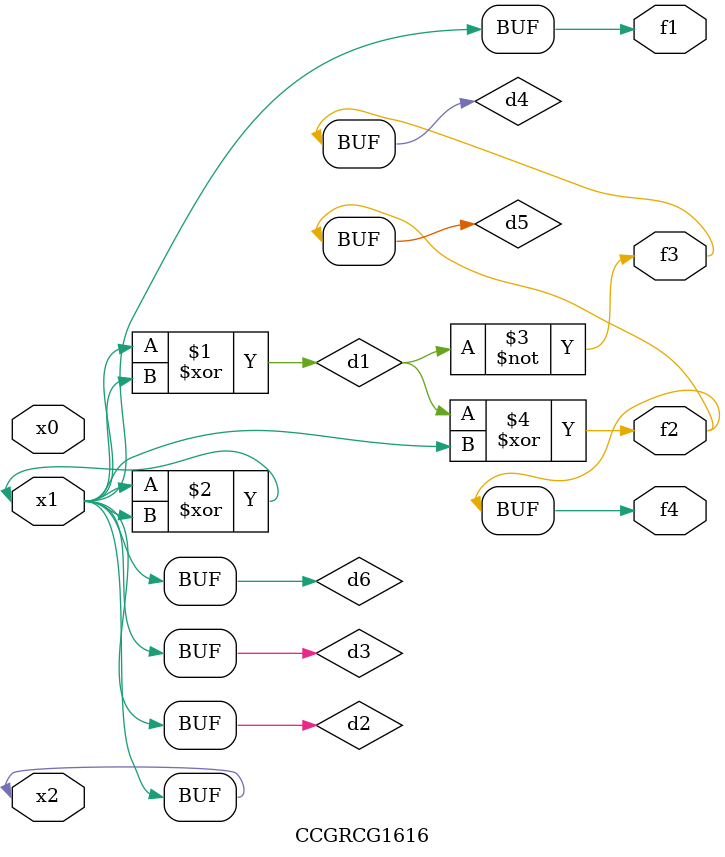
<source format=v>
module CCGRCG1616(
	input x0, x1, x2,
	output f1, f2, f3, f4
);

	wire d1, d2, d3, d4, d5, d6;

	xor (d1, x1, x2);
	buf (d2, x1, x2);
	xor (d3, x1, x2);
	nor (d4, d1);
	xor (d5, d1, d2);
	buf (d6, d2, d3);
	assign f1 = d6;
	assign f2 = d5;
	assign f3 = d4;
	assign f4 = d5;
endmodule

</source>
